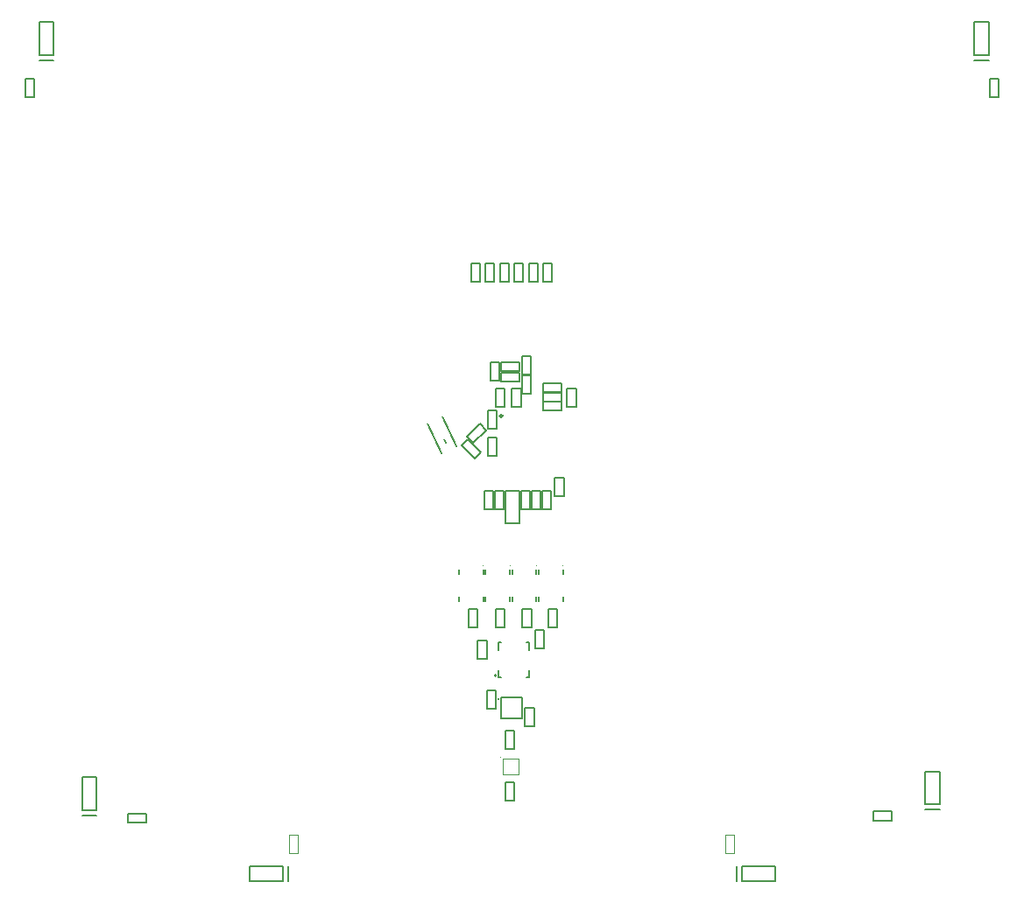
<source format=gto>
G04 Layer_Color=65535*
%FSLAX25Y25*%
%MOIN*%
G70*
G01*
G75*
%ADD12C,0.00500*%
%ADD57C,0.00394*%
%ADD58C,0.00984*%
%ADD59C,0.00591*%
D12*
X927600Y457700D02*
Y464700D01*
X924200Y457700D02*
X927600D01*
X924200D02*
Y464700D01*
X927600D01*
X922709Y444445D02*
X926109D01*
X922709Y437445D02*
Y444445D01*
Y437445D02*
X926109D01*
Y444445D01*
X926647D02*
X930046D01*
X926647Y437445D02*
Y444445D01*
Y437445D02*
X930046D01*
Y444445D01*
X945100Y482000D02*
Y485400D01*
Y482000D02*
X952100D01*
Y485400D01*
X945100D02*
X952100D01*
X937100Y488700D02*
X940500D01*
Y495700D01*
X937100D02*
X940500D01*
X937100Y488700D02*
Y495700D01*
X940500Y481200D02*
Y488200D01*
X937100Y481200D02*
X940500D01*
X937100D02*
Y488200D01*
X940500D01*
X924200Y467900D02*
X927600D01*
Y474900D01*
X924200D02*
X927600D01*
X924200Y467900D02*
Y474900D01*
X914123Y461673D02*
X916527Y464077D01*
X914123Y461673D02*
X919073Y456723D01*
X921477Y459127D01*
X916527Y464077D02*
X921477Y459127D01*
X907532Y464016D02*
X908197Y462589D01*
X906892Y472840D02*
X912217Y461422D01*
X901183Y470178D02*
X906508Y458760D01*
X916123Y464927D02*
X921073Y469877D01*
X923477Y467473D01*
X918527Y462523D02*
X923477Y467473D01*
X916123Y464927D02*
X918527Y462523D01*
X925200Y493200D02*
X928600D01*
X925200Y486200D02*
Y493200D01*
Y486200D02*
X928600D01*
Y493200D01*
X929235Y490000D02*
Y493400D01*
Y490000D02*
X936235D01*
Y493400D01*
X929235D02*
X936235D01*
X929235Y489500D02*
X936235D01*
Y486100D02*
Y489500D01*
X929235Y486100D02*
X936235D01*
X929235D02*
Y489500D01*
X936883Y444445D02*
X940283D01*
X936883Y437445D02*
Y444445D01*
Y437445D02*
X940283D01*
Y444445D01*
X954300Y476400D02*
X957700D01*
Y483400D01*
X954300D02*
X957700D01*
X954300Y476400D02*
Y483400D01*
X949600Y449400D02*
X953000D01*
X949600Y442400D02*
Y449400D01*
Y442400D02*
X953000D01*
Y449400D01*
X927000Y476400D02*
X930400D01*
Y483400D01*
X927000D02*
X930400D01*
X927000Y476400D02*
Y483400D01*
X945100Y478300D02*
Y481700D01*
Y478300D02*
X952100D01*
Y481700D01*
X945100D02*
X952100D01*
X933300Y476400D02*
X936700D01*
Y483400D01*
X933300D02*
X936700D01*
X933300Y476400D02*
Y483400D01*
X751400Y594400D02*
Y601400D01*
X748000Y594400D02*
X751400D01*
X748000D02*
Y601400D01*
X751400D01*
X1118600Y594400D02*
Y601400D01*
X1115200Y594400D02*
X1118600D01*
X1115200D02*
Y601400D01*
X1118600D01*
X1070700Y318800D02*
X1077700D01*
X1070700D02*
Y322200D01*
X1077700D01*
Y318800D02*
Y322200D01*
X787100Y321500D02*
X794100D01*
Y318100D02*
Y321500D01*
X787100Y318100D02*
X794100D01*
X787100D02*
Y321500D01*
X932084Y523990D02*
Y530991D01*
X928683Y523990D02*
X932084D01*
X928683D02*
Y530991D01*
X932084D01*
X926572Y523990D02*
Y530991D01*
X923172Y523990D02*
X926572D01*
X923172D02*
Y530991D01*
X926572D01*
X921060Y523990D02*
Y530991D01*
X917660Y523990D02*
X921060D01*
X917660D02*
Y530991D01*
X921060D01*
X937595Y523990D02*
Y530991D01*
X934195Y523990D02*
X937595D01*
X934195D02*
Y530991D01*
X937595D01*
X943107Y523990D02*
Y530991D01*
X939707Y523990D02*
X943107D01*
X939707D02*
Y530991D01*
X943107D01*
X948619Y523990D02*
Y530991D01*
X945219Y523990D02*
X948619D01*
X945219D02*
Y530991D01*
X948619D01*
X947200Y399400D02*
X950600D01*
X947200Y392400D02*
Y399400D01*
Y392400D02*
X950600D01*
Y399400D01*
X923700Y361300D02*
X927100D01*
Y368300D01*
X923700D02*
X927100D01*
X923700Y361300D02*
Y368300D01*
X938300Y361700D02*
X941700D01*
X938300Y354700D02*
Y361700D01*
Y354700D02*
X941700D01*
Y361700D01*
X929263Y365537D02*
X937137D01*
X929263Y357663D02*
X937137D01*
Y365537D01*
X929263Y357663D02*
Y365537D01*
X937300Y399300D02*
X940700D01*
X937300Y392300D02*
Y399300D01*
Y392300D02*
X940700D01*
Y399300D01*
X927200D02*
X930600D01*
X927200Y392300D02*
Y399300D01*
Y392300D02*
X930600D01*
Y399300D01*
X930900Y345900D02*
X934300D01*
Y352900D01*
X930900D02*
X934300D01*
X930900Y345900D02*
Y352900D01*
Y333500D02*
X934300D01*
X930900Y326500D02*
Y333500D01*
Y326500D02*
X934300D01*
Y333500D01*
X916900Y399400D02*
X920300D01*
X916900Y392400D02*
Y399400D01*
Y392400D02*
X920300D01*
Y399400D01*
X942200Y384400D02*
X945600D01*
Y391400D01*
X942200D02*
X945600D01*
X942200Y384400D02*
Y391400D01*
X920300Y380500D02*
X923700D01*
Y387500D01*
X920300D02*
X923700D01*
X920300Y380500D02*
Y387500D01*
X940820Y437445D02*
X944220D01*
Y444445D01*
X940820D02*
X944220D01*
X940820Y437445D02*
Y444445D01*
X944757Y437445D02*
X948157D01*
Y444445D01*
X944757D02*
X948157D01*
X944757Y437445D02*
Y444445D01*
X945100Y478300D02*
X952100D01*
Y474900D02*
Y478300D01*
X945100Y474900D02*
X952100D01*
X945100D02*
Y478300D01*
D57*
X928924Y342900D02*
G03*
X928924Y342900I-224J0D01*
G01*
X922523Y415979D02*
G03*
X922523Y415979I-197J0D01*
G01*
X932656D02*
G03*
X932656Y415979I-197J0D01*
G01*
X942789D02*
G03*
X942789Y415979I-197J0D01*
G01*
X952923Y415979D02*
G03*
X952923Y415979I-197J0D01*
G01*
X928483Y365000D02*
G03*
X928483Y365000I-283J0D01*
G01*
X848500Y306400D02*
Y313400D01*
X851900D01*
Y306400D02*
Y313400D01*
X848500Y306400D02*
X851900D01*
X1014400Y306300D02*
Y313300D01*
X1017800D01*
Y306300D02*
Y313300D01*
X1014400Y306300D02*
X1017800D01*
X929700Y342400D02*
X935842D01*
X929700Y336258D02*
X935842D01*
Y342400D01*
X929700Y336258D02*
Y342400D01*
D58*
X929679Y472913D02*
G03*
X929679Y472913I-492J0D01*
G01*
D59*
X927294Y374000D02*
G03*
X927294Y374000I-394J0D01*
G01*
X833501Y299387D02*
Y301356D01*
X846099D01*
Y295844D02*
Y301356D01*
X833501Y295844D02*
X846099D01*
X833501D02*
Y299387D01*
X848068Y295844D02*
Y301356D01*
X1033499Y295844D02*
Y297813D01*
X1020901Y295844D02*
X1033499D01*
X1020901D02*
Y301356D01*
X1033499D01*
Y297813D02*
Y301356D01*
X1018932Y295844D02*
Y301356D01*
X932677Y431890D02*
X936220D01*
Y444488D01*
X930709D02*
X936220D01*
X930709Y431890D02*
Y444488D01*
Y431890D02*
X932677D01*
X922326Y412810D02*
Y414502D01*
Y402298D02*
Y403991D01*
X913074Y412810D02*
Y414502D01*
Y402298D02*
Y403991D01*
X932459Y412810D02*
Y414502D01*
Y402298D02*
Y403991D01*
X923207Y412810D02*
Y414502D01*
Y402298D02*
Y403991D01*
X942593Y412810D02*
Y414502D01*
Y402298D02*
Y403991D01*
X933341Y412810D02*
Y414502D01*
Y402298D02*
Y403991D01*
X952726Y412810D02*
Y414502D01*
Y402298D02*
Y403991D01*
X943474Y412810D02*
Y414502D01*
Y402298D02*
Y403991D01*
X756987Y622899D02*
X758956D01*
Y610301D02*
Y622899D01*
X753444Y610301D02*
X758956D01*
X753444D02*
Y622899D01*
X756987D01*
X753444Y608332D02*
X758956D01*
X1112687Y622899D02*
X1114656D01*
Y610301D02*
Y622899D01*
X1109144Y610301D02*
X1114656D01*
X1109144D02*
Y622899D01*
X1112687D01*
X1109144Y608332D02*
X1114656D01*
X1094087Y337499D02*
X1096056D01*
Y324901D02*
Y337499D01*
X1090544Y324901D02*
X1096056D01*
X1090544D02*
Y337499D01*
X1094087D01*
X1090544Y322932D02*
X1096056D01*
X773187Y335399D02*
X775156D01*
Y322801D02*
Y335399D01*
X769644Y322801D02*
X775156D01*
X769644D02*
Y335399D01*
X773187D01*
X769644Y320832D02*
X775156D01*
X928291Y373207D02*
X929079D01*
X928291D02*
Y375963D01*
Y383837D02*
Y386593D01*
X929079D01*
X938921D02*
X939709D01*
Y383837D02*
Y386593D01*
X938921Y373207D02*
X939709D01*
Y375963D01*
M02*

</source>
